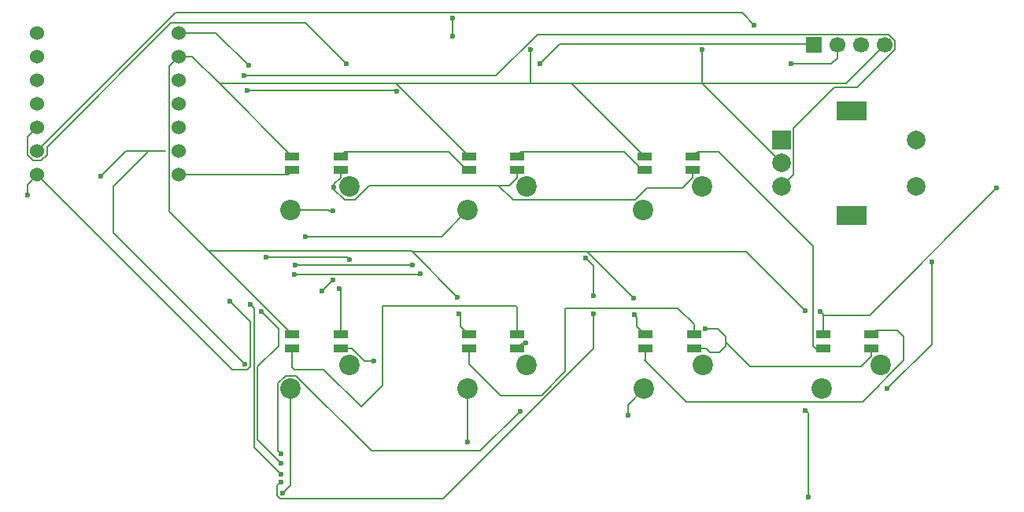
<source format=gbr>
%TF.GenerationSoftware,KiCad,Pcbnew,9.0.6*%
%TF.CreationDate,2025-11-29T18:30:52-05:00*%
%TF.ProjectId,Generalist_Macro,47656e65-7261-46c6-9973-745f4d616372,rev?*%
%TF.SameCoordinates,Original*%
%TF.FileFunction,Copper,L2,Bot*%
%TF.FilePolarity,Positive*%
%FSLAX46Y46*%
G04 Gerber Fmt 4.6, Leading zero omitted, Abs format (unit mm)*
G04 Created by KiCad (PCBNEW 9.0.6) date 2025-11-29 18:30:52*
%MOMM*%
%LPD*%
G01*
G04 APERTURE LIST*
G04 Aperture macros list*
%AMRoundRect*
0 Rectangle with rounded corners*
0 $1 Rounding radius*
0 $2 $3 $4 $5 $6 $7 $8 $9 X,Y pos of 4 corners*
0 Add a 4 corners polygon primitive as box body*
4,1,4,$2,$3,$4,$5,$6,$7,$8,$9,$2,$3,0*
0 Add four circle primitives for the rounded corners*
1,1,$1+$1,$2,$3*
1,1,$1+$1,$4,$5*
1,1,$1+$1,$6,$7*
1,1,$1+$1,$8,$9*
0 Add four rect primitives between the rounded corners*
20,1,$1+$1,$2,$3,$4,$5,0*
20,1,$1+$1,$4,$5,$6,$7,0*
20,1,$1+$1,$6,$7,$8,$9,0*
20,1,$1+$1,$8,$9,$2,$3,0*%
G04 Aperture macros list end*
%TA.AperFunction,ComponentPad*%
%ADD10C,2.200000*%
%TD*%
%TA.AperFunction,SMDPad,CuDef*%
%ADD11RoundRect,0.082000X0.718000X-0.328000X0.718000X0.328000X-0.718000X0.328000X-0.718000X-0.328000X0*%
%TD*%
%TA.AperFunction,ComponentPad*%
%ADD12R,1.700000X1.700000*%
%TD*%
%TA.AperFunction,ComponentPad*%
%ADD13C,1.700000*%
%TD*%
%TA.AperFunction,ComponentPad*%
%ADD14R,2.000000X2.000000*%
%TD*%
%TA.AperFunction,ComponentPad*%
%ADD15C,2.000000*%
%TD*%
%TA.AperFunction,ComponentPad*%
%ADD16R,3.200000X2.000000*%
%TD*%
%TA.AperFunction,ComponentPad*%
%ADD17C,1.524000*%
%TD*%
%TA.AperFunction,ViaPad*%
%ADD18C,0.600000*%
%TD*%
%TA.AperFunction,Conductor*%
%ADD19C,0.200000*%
%TD*%
G04 APERTURE END LIST*
D10*
%TO.P,SW5,1,1*%
%TO.N,Net-(D5-A)*%
X84960000Y-94980000D03*
%TO.P,SW5,2,2*%
%TO.N,Column 1*%
X91310000Y-92440000D03*
%TD*%
%TO.P,SW1,1,1*%
%TO.N,Net-(D1-A)*%
X84950000Y-75780000D03*
%TO.P,SW1,2,2*%
%TO.N,Column 1*%
X91300000Y-73240000D03*
%TD*%
%TO.P,SW8,1,1*%
%TO.N,Net-(D8-A)*%
X142050000Y-94980000D03*
%TO.P,SW8,2,2*%
%TO.N,Column 4*%
X148400000Y-92440000D03*
%TD*%
D11*
%TO.P,D14,1,VDD*%
%TO.N,+5V*%
X128312500Y-90650000D03*
%TO.P,D14,2,DOUT*%
%TO.N,Net-(D14-DOUT)*%
X128312500Y-89150000D03*
%TO.P,D14,3,VSS*%
%TO.N,GND*%
X123112500Y-89150000D03*
%TO.P,D14,4,DIN*%
%TO.N,Net-(D13-DOUT)*%
X123112500Y-90650000D03*
%TD*%
D10*
%TO.P,SW7,1,1*%
%TO.N,Net-(D7-A)*%
X122960000Y-94980000D03*
%TO.P,SW7,2,2*%
%TO.N,Column 3*%
X129310000Y-92440000D03*
%TD*%
D12*
%TO.P,J1,1,Pin_1*%
%TO.N,SDA*%
X141190000Y-58000000D03*
D13*
%TO.P,J1,2,Pin_2*%
%TO.N,SCL*%
X143730000Y-58000000D03*
%TO.P,J1,3,Pin_3*%
%TO.N,+5V*%
X146270000Y-58000000D03*
%TO.P,J1,4,Pin_4*%
%TO.N,GND*%
X148810000Y-58000000D03*
%TD*%
D10*
%TO.P,SW2,1,1*%
%TO.N,Net-(D2-A)*%
X103960000Y-75780000D03*
%TO.P,SW2,2,2*%
%TO.N,Column 2*%
X110310000Y-73240000D03*
%TD*%
%TO.P,SW3,1,1*%
%TO.N,Net-(D3-A)*%
X122860000Y-75780000D03*
%TO.P,SW3,2,2*%
%TO.N,Column 3*%
X129210000Y-73240000D03*
%TD*%
D11*
%TO.P,D10,1,VDD*%
%TO.N,+5V*%
X90302500Y-71450000D03*
%TO.P,D10,2,DOUT*%
%TO.N,Net-(D10-DOUT)*%
X90302500Y-69950000D03*
%TO.P,D10,3,VSS*%
%TO.N,GND*%
X85102500Y-69950000D03*
%TO.P,D10,4,DIN*%
%TO.N,Net-(D10-DIN)*%
X85102500Y-71450000D03*
%TD*%
D10*
%TO.P,SW6,1,1*%
%TO.N,Net-(D6-A)*%
X103970000Y-94980000D03*
%TO.P,SW6,2,2*%
%TO.N,Column 2*%
X110320000Y-92440000D03*
%TD*%
D14*
%TO.P,SW13,A,A*%
%TO.N,Rotary A*%
X137750000Y-68200000D03*
D15*
%TO.P,SW13,B,B*%
%TO.N,Rotary B*%
X137750000Y-73200000D03*
%TO.P,SW13,C,C*%
%TO.N,GND*%
X137750000Y-70700000D03*
D16*
%TO.P,SW13,MP*%
%TO.N,N/C*%
X145250000Y-65100000D03*
X145250000Y-76300000D03*
D15*
%TO.P,SW13,S1,S1*%
%TO.N,Column 4*%
X152250000Y-73200000D03*
%TO.P,SW13,S2,S2*%
%TO.N,Net-(D4-A)*%
X152250000Y-68200000D03*
%TD*%
D11*
%TO.P,D11,1,VDD*%
%TO.N,+5V*%
X109312500Y-71450000D03*
%TO.P,D11,2,DOUT*%
%TO.N,Net-(D11-DOUT)*%
X109312500Y-69950000D03*
%TO.P,D11,3,VSS*%
%TO.N,GND*%
X104112500Y-69950000D03*
%TO.P,D11,4,DIN*%
%TO.N,Net-(D10-DOUT)*%
X104112500Y-71450000D03*
%TD*%
D17*
%TO.P,U1,1,GPIO26/ADC0/A0*%
%TO.N,Column 1*%
X57680000Y-56680000D03*
%TO.P,U1,2,GPIO27/ADC1/A1*%
%TO.N,Column 2*%
X57680000Y-59220000D03*
%TO.P,U1,3,GPIO28/ADC2/A2*%
%TO.N,Column 3*%
X57680000Y-61760000D03*
%TO.P,U1,4,GPIO29/ADC3/A3*%
%TO.N,Column 4*%
X57680000Y-64300000D03*
%TO.P,U1,5,GPIO6/SDA*%
%TO.N,SDA*%
X57680000Y-66840000D03*
%TO.P,U1,6,GPIO7/SCL*%
%TO.N,SCL*%
X57680000Y-69380000D03*
%TO.P,U1,7,GPIO0/TX*%
%TO.N,Row 1*%
X57680000Y-71920000D03*
%TO.P,U1,8,GPIO1/RX*%
%TO.N,Net-(D10-DIN)*%
X72920000Y-71920000D03*
%TO.P,U1,9,GPIO2/SCK*%
%TO.N,Row 2*%
X72920000Y-69380000D03*
%TO.P,U1,10,GPIO4/MISO*%
%TO.N,Rotary A*%
X72920000Y-66840000D03*
%TO.P,U1,11,GPIO3/MOSI*%
%TO.N,Rotary B*%
X72920000Y-64300000D03*
%TO.P,U1,12,3V3*%
%TO.N,unconnected-(U1-3V3-Pad12)*%
X72920000Y-61760000D03*
%TO.P,U1,13,GND*%
%TO.N,GND*%
X72920000Y-59220000D03*
%TO.P,U1,14,VBUS*%
%TO.N,+5V*%
X72920000Y-56680000D03*
%TD*%
D11*
%TO.P,D12,1,VDD*%
%TO.N,+5V*%
X128212500Y-71450000D03*
%TO.P,D12,2,DOUT*%
%TO.N,Net-(D12-DOUT)*%
X128212500Y-69950000D03*
%TO.P,D12,3,VSS*%
%TO.N,GND*%
X123012500Y-69950000D03*
%TO.P,D12,4,DIN*%
%TO.N,Net-(D11-DOUT)*%
X123012500Y-71450000D03*
%TD*%
%TO.P,D13,1,VDD*%
%TO.N,+5V*%
X147402500Y-90650000D03*
%TO.P,D13,2,DOUT*%
%TO.N,Net-(D13-DOUT)*%
X147402500Y-89150000D03*
%TO.P,D13,3,VSS*%
%TO.N,GND*%
X142202500Y-89150000D03*
%TO.P,D13,4,DIN*%
%TO.N,Net-(D12-DOUT)*%
X142202500Y-90650000D03*
%TD*%
%TO.P,D15,1,VDD*%
%TO.N,+5V*%
X109322500Y-90650000D03*
%TO.P,D15,2,DOUT*%
%TO.N,Net-(D15-DOUT)*%
X109322500Y-89150000D03*
%TO.P,D15,3,VSS*%
%TO.N,GND*%
X104122500Y-89150000D03*
%TO.P,D15,4,DIN*%
%TO.N,Net-(D14-DOUT)*%
X104122500Y-90650000D03*
%TD*%
%TO.P,D16,1,VDD*%
%TO.N,+5V*%
X90312500Y-90650000D03*
%TO.P,D16,2,DOUT*%
%TO.N,Net-(D16-DOUT)*%
X90312500Y-89150000D03*
%TO.P,D16,3,VSS*%
%TO.N,GND*%
X85112500Y-89150000D03*
%TO.P,D16,4,DIN*%
%TO.N,Net-(D15-DOUT)*%
X85112500Y-90650000D03*
%TD*%
D18*
%TO.N,Net-(D1-A)*%
X89500000Y-75800000D03*
X88300000Y-84500000D03*
X89500000Y-83300000D03*
X81800000Y-86700000D03*
X83900000Y-103000000D03*
%TO.N,Net-(D2-A)*%
X80600000Y-85900000D03*
X86500000Y-78600000D03*
X83900000Y-104200000D03*
%TO.N,Net-(D4-A)*%
X83900000Y-102000000D03*
X153900000Y-81300000D03*
X109600000Y-97400000D03*
X149100000Y-95000000D03*
%TO.N,Net-(D3-A)*%
X83900000Y-105000000D03*
X117500000Y-84975735D03*
X117500000Y-86900000D03*
X116675735Y-80924265D03*
%TO.N,Net-(D6-A)*%
X104000000Y-100700000D03*
%TO.N,Net-(D5-A)*%
X84100000Y-106235733D03*
%TO.N,Net-(D7-A)*%
X121200000Y-97800000D03*
%TO.N,Net-(D8-A)*%
X140600000Y-106600000D03*
X140300000Y-97300000D03*
%TO.N,Row 1*%
X78400000Y-85600000D03*
X56600000Y-74100000D03*
%TO.N,Row 2*%
X80000000Y-92300000D03*
X64500000Y-72100000D03*
%TO.N,+5V*%
X102400000Y-55100000D03*
X102400000Y-57000000D03*
X80400000Y-60200000D03*
X89600000Y-73300000D03*
X129510721Y-88493130D03*
X93900000Y-92000000D03*
X110196967Y-90039500D03*
%TO.N,GND*%
X160900000Y-73400000D03*
X121800000Y-85200000D03*
X102900000Y-85100000D03*
X140300000Y-86600000D03*
X129200000Y-58500000D03*
X103000000Y-86900000D03*
X110700000Y-58500000D03*
X121900000Y-87000000D03*
X141900000Y-86700000D03*
%TO.N,SDA*%
X111800000Y-60000000D03*
X90941000Y-60000000D03*
%TO.N,Net-(D16-DOUT)*%
X90200000Y-84200000D03*
%TO.N,SCL*%
X138800000Y-60000000D03*
X134800000Y-55800000D03*
%TO.N,Column 1*%
X91300000Y-81100000D03*
X82300000Y-80800000D03*
%TO.N,Column 2*%
X98000000Y-81700000D03*
X85400000Y-81700000D03*
%TO.N,Column 3*%
X85300000Y-82700000D03*
X98900000Y-82600000D03*
%TO.N,Rotary B*%
X79900000Y-61300000D03*
%TO.N,Rotary A*%
X80300000Y-62900000D03*
X96306985Y-62993015D03*
%TD*%
D19*
%TO.N,Net-(D1-A)*%
X88300000Y-84500000D02*
X89500000Y-83300000D01*
X89500000Y-75800000D02*
X89040000Y-75800000D01*
X89040000Y-75800000D02*
X89020000Y-75780000D01*
X89020000Y-75780000D02*
X84950000Y-75780000D01*
X81403000Y-100503000D02*
X81403000Y-92615470D01*
X83621000Y-90397470D02*
X83621000Y-88521000D01*
X81403000Y-92615470D02*
X83621000Y-90397470D01*
X83621000Y-88521000D02*
X81800000Y-86700000D01*
X83900000Y-103000000D02*
X81403000Y-100503000D01*
%TO.N,Net-(D2-A)*%
X83900000Y-104200000D02*
X81002000Y-101302000D01*
X81002000Y-101302000D02*
X81002000Y-86302000D01*
X86500000Y-78600000D02*
X101140000Y-78600000D01*
X81002000Y-86302000D02*
X80600000Y-85900000D01*
X101140000Y-78600000D02*
X103960000Y-75780000D01*
%TO.N,Net-(D4-A)*%
X93620314Y-101659000D02*
X105341000Y-101659000D01*
X153900000Y-90200000D02*
X153900000Y-81300000D01*
X105341000Y-101659000D02*
X109600000Y-97400000D01*
X149100000Y-95000000D02*
X153900000Y-90200000D01*
X85540314Y-93579000D02*
X93620314Y-101659000D01*
X83559000Y-101659000D02*
X83559000Y-94399686D01*
X83900000Y-102000000D02*
X83559000Y-101659000D01*
X83559000Y-94399686D02*
X84379686Y-93579000D01*
X84379686Y-93579000D02*
X85540314Y-93579000D01*
%TO.N,Net-(D3-A)*%
X117500000Y-84975735D02*
X117500000Y-81748530D01*
X83851057Y-106836733D02*
X101330367Y-106836733D01*
X83900000Y-105000000D02*
X83499000Y-105401000D01*
X83499000Y-105401000D02*
X83499000Y-106484676D01*
X101330367Y-106836733D02*
X117500000Y-90667100D01*
X117500000Y-81748530D02*
X116675735Y-80924265D01*
X117500000Y-90667100D02*
X117500000Y-86900000D01*
X83499000Y-106484676D02*
X83851057Y-106836733D01*
%TO.N,Net-(D6-A)*%
X104000000Y-100700000D02*
X104000000Y-100200000D01*
X104000000Y-100200000D02*
X103970000Y-100170000D01*
X103970000Y-100170000D02*
X103970000Y-94980000D01*
%TO.N,Net-(D5-A)*%
X84100000Y-106235733D02*
X84960000Y-105375733D01*
X84960000Y-105375733D02*
X84960000Y-94980000D01*
%TO.N,Net-(D7-A)*%
X121200000Y-97800000D02*
X121200000Y-96740000D01*
X121200000Y-96740000D02*
X122960000Y-94980000D01*
%TO.N,Net-(D8-A)*%
X140600000Y-97600000D02*
X140300000Y-97300000D01*
X140600000Y-106600000D02*
X140600000Y-97600000D01*
%TO.N,Row 1*%
X80248943Y-92901000D02*
X78661000Y-92901000D01*
X78661000Y-92901000D02*
X57680000Y-71920000D01*
X78400000Y-85600000D02*
X80601000Y-87801000D01*
X80601000Y-87801000D02*
X80601000Y-92548943D01*
X80601000Y-92548943D02*
X80248943Y-92901000D01*
X56600000Y-74100000D02*
X56600000Y-73000000D01*
X56600000Y-73000000D02*
X57680000Y-71920000D01*
%TO.N,Row 2*%
X80000000Y-92300000D02*
X65900000Y-78200000D01*
X67220000Y-69380000D02*
X69500000Y-69380000D01*
X65900000Y-78200000D02*
X65900000Y-73200000D01*
X65900000Y-73200000D02*
X69500000Y-69600000D01*
X69500000Y-69600000D02*
X69500000Y-69380000D01*
X69500000Y-69380000D02*
X71456000Y-69380000D01*
X64500000Y-72100000D02*
X67220000Y-69380000D01*
%TO.N,+5V*%
X147402500Y-91456186D02*
X147402500Y-90650000D01*
X93900000Y-92000000D02*
X92851314Y-92000000D01*
X107300000Y-73100000D02*
X108841000Y-74641000D01*
X108468686Y-73100000D02*
X109312500Y-72256186D01*
X146300000Y-92558686D02*
X147402500Y-91456186D01*
X89600000Y-73300000D02*
X89600000Y-72958686D01*
X107300000Y-73100000D02*
X108468686Y-73100000D01*
X127068686Y-73400000D02*
X128212500Y-72256186D01*
X89600000Y-73300000D02*
X89600000Y-73521314D01*
X89600000Y-72958686D02*
X90302500Y-72256186D01*
X110196967Y-90039500D02*
X110196966Y-90039501D01*
X72920000Y-56680000D02*
X76880000Y-56680000D01*
X76880000Y-56680000D02*
X80400000Y-60200000D01*
X131781000Y-89402530D02*
X131781000Y-90000000D01*
X109932999Y-90039501D02*
X109322500Y-90650000D01*
X131781000Y-90397470D02*
X131077470Y-91101000D01*
X134381000Y-92600000D02*
X146300000Y-92600000D01*
X131781000Y-90000000D02*
X131781000Y-90397470D01*
X93421314Y-73100000D02*
X107300000Y-73100000D01*
X123258686Y-73400000D02*
X127068686Y-73400000D01*
X91501314Y-90650000D02*
X90312500Y-90650000D01*
X131077470Y-91101000D02*
X130082530Y-91101000D01*
X91880314Y-74641000D02*
X93421314Y-73100000D01*
X146300000Y-92600000D02*
X146300000Y-92558686D01*
X128212500Y-72256186D02*
X128212500Y-71450000D01*
X102400000Y-55100000D02*
X102400000Y-57000000D01*
X109312500Y-72256186D02*
X109312500Y-71450000D01*
X89600000Y-73521314D02*
X90719686Y-74641000D01*
X122017686Y-74641000D02*
X123258686Y-73400000D01*
X90719686Y-74641000D02*
X91880314Y-74641000D01*
X108841000Y-74641000D02*
X122017686Y-74641000D01*
X90302500Y-72256186D02*
X90302500Y-71450000D01*
X129631530Y-90650000D02*
X128312500Y-90650000D01*
X92851314Y-92000000D02*
X91501314Y-90650000D01*
X129510721Y-88493130D02*
X130871600Y-88493130D01*
X131781000Y-90000000D02*
X134381000Y-92600000D01*
X110196966Y-90039501D02*
X109932999Y-90039501D01*
X130082530Y-91101000D02*
X129631530Y-90650000D01*
X130871600Y-88493130D02*
X131781000Y-89402530D01*
%TO.N,GND*%
X129173750Y-62123750D02*
X137750000Y-70700000D01*
X103200000Y-87100000D02*
X103200000Y-88227500D01*
X110700000Y-62123750D02*
X110700000Y-58500000D01*
X142202500Y-87002500D02*
X142202500Y-87100000D01*
X96200000Y-62123750D02*
X96286250Y-62123750D01*
X116850000Y-80250000D02*
X121800000Y-85200000D01*
X141900000Y-86700000D02*
X142202500Y-87002500D01*
X72920000Y-59220000D02*
X74372500Y-59220000D01*
X103200000Y-88227500D02*
X104122500Y-89150000D01*
X147200000Y-87100000D02*
X160900000Y-73400000D01*
X115186250Y-62123750D02*
X129173750Y-62123750D01*
X76081250Y-80118750D02*
X97918750Y-80118750D01*
X121900000Y-87000000D02*
X122200000Y-87300000D01*
X77276250Y-62123750D02*
X89300000Y-62123750D01*
X129173750Y-62123750D02*
X129173750Y-58526250D01*
X71857000Y-75894500D02*
X76081250Y-80118750D01*
X72920000Y-59220000D02*
X71857000Y-60283000D01*
X129173750Y-58526250D02*
X129200000Y-58500000D01*
X122200000Y-88237500D02*
X123112500Y-89150000D01*
X142202500Y-87100000D02*
X142202500Y-89150000D01*
X103000000Y-86900000D02*
X103200000Y-87100000D01*
X129173750Y-62123750D02*
X144686250Y-62123750D01*
X71857000Y-60283000D02*
X71857000Y-75894500D01*
X122200000Y-87300000D02*
X122200000Y-88237500D01*
X74372500Y-59220000D02*
X77276250Y-62123750D01*
X96200000Y-62123750D02*
X110700000Y-62123750D01*
X133950000Y-80250000D02*
X140300000Y-86600000D01*
X89300000Y-62123750D02*
X96200000Y-62123750D01*
X77276250Y-62123750D02*
X85102500Y-69950000D01*
X142202500Y-87100000D02*
X147200000Y-87100000D01*
X110700000Y-62123750D02*
X115186250Y-62123750D01*
X97918750Y-80118750D02*
X98050000Y-80250000D01*
X98050000Y-80250000D02*
X102900000Y-85100000D01*
X98050000Y-80250000D02*
X116850000Y-80250000D01*
X76081250Y-80118750D02*
X85112500Y-89150000D01*
X115186250Y-62123750D02*
X123012500Y-69950000D01*
X96286250Y-62123750D02*
X104112500Y-69950000D01*
X116850000Y-80250000D02*
X133950000Y-80250000D01*
X144686250Y-62123750D02*
X148810000Y-58000000D01*
%TO.N,SDA*%
X113901000Y-57899000D02*
X111800000Y-60000000D01*
X57239690Y-70443000D02*
X56617000Y-69820310D01*
X58120310Y-70443000D02*
X57239690Y-70443000D01*
X72065690Y-55617000D02*
X58743000Y-68939690D01*
X141089000Y-57899000D02*
X113901000Y-57899000D01*
X141190000Y-58000000D02*
X141089000Y-57899000D01*
X56617000Y-69820310D02*
X56617000Y-67903000D01*
X90941000Y-60000000D02*
X86558000Y-55617000D01*
X86558000Y-55617000D02*
X72065690Y-55617000D01*
X56617000Y-67903000D02*
X57680000Y-66840000D01*
X58743000Y-68939690D02*
X58743000Y-69820310D01*
X58743000Y-69820310D02*
X58120310Y-70443000D01*
%TO.N,Net-(D6-A)*%
X104220000Y-94980000D02*
X104300000Y-94900000D01*
%TO.N,Net-(D10-DIN)*%
X72920000Y-71920000D02*
X84632500Y-71920000D01*
X84632500Y-71920000D02*
X85102500Y-71450000D01*
%TO.N,Net-(D10-DOUT)*%
X90753500Y-69499000D02*
X101917470Y-69499000D01*
X103868470Y-71450000D02*
X104112500Y-71450000D01*
X101917470Y-69499000D02*
X103868470Y-71450000D01*
X90302500Y-69950000D02*
X90753500Y-69499000D01*
%TO.N,Net-(D11-DOUT)*%
X122768470Y-71450000D02*
X123012500Y-71450000D01*
X109763500Y-69499000D02*
X120817470Y-69499000D01*
X120817470Y-69499000D02*
X122768470Y-71450000D01*
X109312500Y-69950000D02*
X109763500Y-69499000D01*
%TO.N,Net-(D12-DOUT)*%
X141101500Y-90349000D02*
X141402500Y-90650000D01*
X130977470Y-69499000D02*
X141101500Y-79623030D01*
X128663500Y-69499000D02*
X130977470Y-69499000D01*
X141101500Y-79623030D02*
X141101500Y-90349000D01*
X141402500Y-90650000D02*
X142202500Y-90650000D01*
X128212500Y-69950000D02*
X128663500Y-69499000D01*
%TO.N,Net-(D13-DOUT)*%
X150167470Y-88699000D02*
X150871000Y-89402530D01*
X147853500Y-88699000D02*
X150167470Y-88699000D01*
X123000000Y-91900000D02*
X123112500Y-91787500D01*
X150871000Y-89402530D02*
X150871000Y-91950314D01*
X150871000Y-91950314D02*
X146440314Y-96381000D01*
X123112500Y-91787500D02*
X123112500Y-90650000D01*
X146440314Y-96381000D02*
X127481000Y-96381000D01*
X127481000Y-96381000D02*
X123000000Y-91900000D01*
X147402500Y-89150000D02*
X147853500Y-88699000D01*
%TO.N,Net-(D14-DOUT)*%
X126600000Y-86300000D02*
X114500000Y-86300000D01*
X104122500Y-92322500D02*
X104122500Y-90650000D01*
X107500000Y-95700000D02*
X104122500Y-92322500D01*
X114500000Y-86300000D02*
X114500000Y-93100000D01*
X111900000Y-95700000D02*
X107500000Y-95700000D01*
X128312500Y-89150000D02*
X128312500Y-88012500D01*
X128312500Y-88012500D02*
X126600000Y-86300000D01*
X114500000Y-93100000D02*
X111900000Y-95700000D01*
%TO.N,Net-(D15-DOUT)*%
X109200000Y-86100000D02*
X98500000Y-86100000D01*
X85300000Y-92900000D02*
X85112500Y-92712500D01*
X85112500Y-92712500D02*
X85112500Y-90650000D01*
X109322500Y-86222500D02*
X109200000Y-86100000D01*
X94800000Y-86100000D02*
X94800000Y-94600000D01*
X94800000Y-94600000D02*
X92500000Y-96900000D01*
X98500000Y-86100000D02*
X94800000Y-86100000D01*
X88500000Y-92900000D02*
X85300000Y-92900000D01*
X92500000Y-96900000D02*
X88500000Y-92900000D01*
X109322500Y-89150000D02*
X109322500Y-86222500D01*
%TO.N,Net-(D16-DOUT)*%
X90300000Y-89137500D02*
X90300000Y-89100000D01*
X90312500Y-84312500D02*
X90200000Y-84200000D01*
X90312500Y-89150000D02*
X90312500Y-84312500D01*
X90312500Y-89150000D02*
X90300000Y-89137500D01*
%TO.N,SCL*%
X143100000Y-60000000D02*
X143730000Y-59370000D01*
X143730000Y-59370000D02*
X143730000Y-58000000D01*
X72561000Y-54499000D02*
X133499000Y-54499000D01*
X133499000Y-54499000D02*
X134800000Y-55800000D01*
X57680000Y-69380000D02*
X72561000Y-54499000D01*
X138800000Y-60000000D02*
X143100000Y-60000000D01*
%TO.N,Column 1*%
X82300000Y-80800000D02*
X91000000Y-80800000D01*
X91000000Y-80800000D02*
X91300000Y-81100000D01*
%TO.N,Column 2*%
X85400000Y-81700000D02*
X98000000Y-81700000D01*
%TO.N,Column 3*%
X85300000Y-82700000D02*
X98800000Y-82700000D01*
X98800000Y-82700000D02*
X98900000Y-82600000D01*
%TO.N,Rotary B*%
X149961000Y-58476760D02*
X145913010Y-62524750D01*
X111501057Y-56849000D02*
X149286760Y-56849000D01*
X107050057Y-61300000D02*
X111501057Y-56849000D01*
X79900000Y-61300000D02*
X107050057Y-61300000D01*
X149286760Y-56849000D02*
X149961000Y-57523240D01*
X139051000Y-71899000D02*
X137750000Y-73200000D01*
X139051000Y-66899000D02*
X139051000Y-71899000D01*
X149961000Y-57523240D02*
X149961000Y-58476760D01*
X143425250Y-62524750D02*
X139051000Y-66899000D01*
X145913010Y-62524750D02*
X143425250Y-62524750D01*
%TO.N,Rotary A*%
X96213970Y-62900000D02*
X96306985Y-62993015D01*
X80300000Y-62900000D02*
X96213970Y-62900000D01*
%TD*%
M02*

</source>
